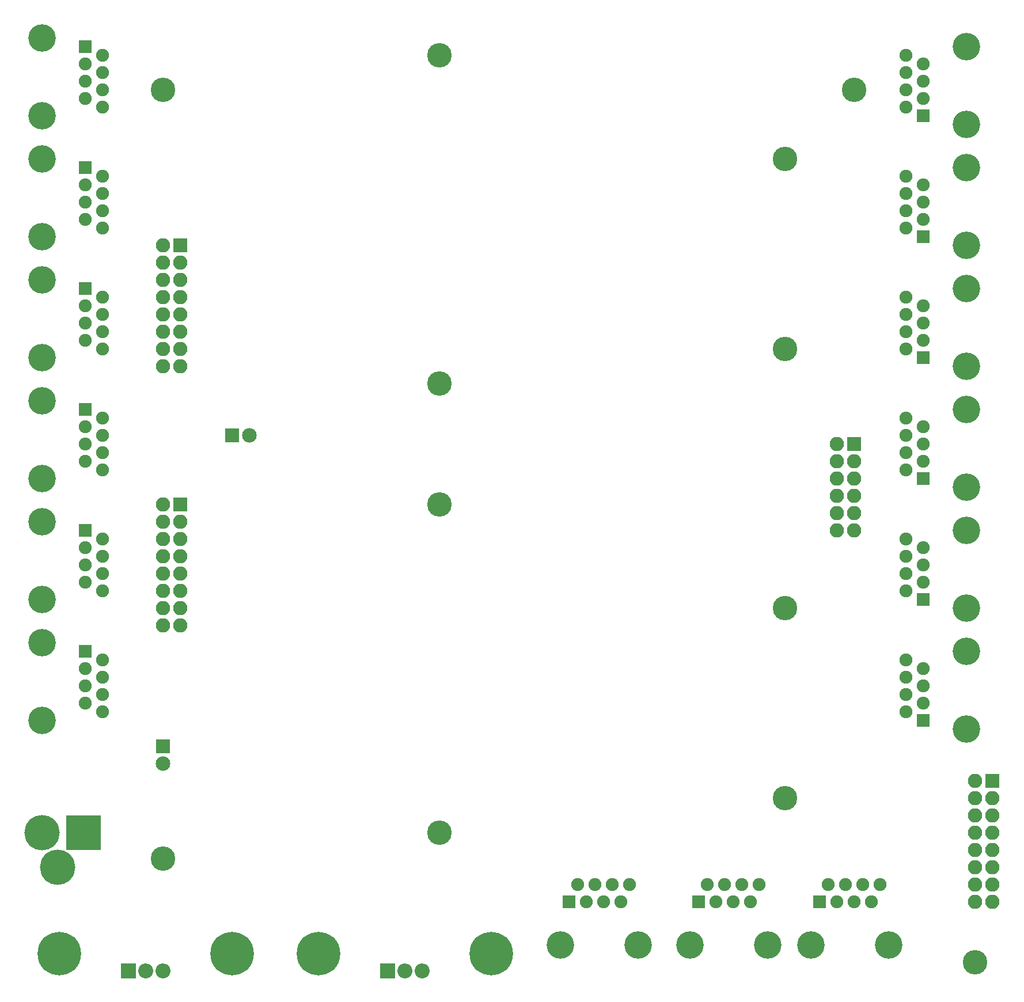
<source format=gbr>
G04 #@! TF.FileFunction,Soldermask,Bot*
%FSLAX46Y46*%
G04 Gerber Fmt 4.6, Leading zero omitted, Abs format (unit mm)*
G04 Created by KiCad (PCBNEW 4.0.7) date 01/04/18 11:22:08*
%MOMM*%
%LPD*%
G01*
G04 APERTURE LIST*
%ADD10C,0.100000*%
%ADD11R,2.200000X2.200000*%
%ADD12O,2.200000X2.200000*%
%ADD13C,6.399480*%
%ADD14C,3.600000*%
%ADD15R,2.100000X2.100000*%
%ADD16O,2.100000X2.100000*%
%ADD17C,5.200000*%
%ADD18R,5.200000X5.200000*%
%ADD19C,4.050000*%
%ADD20R,1.900000X1.900000*%
%ADD21C,1.900000*%
%ADD22R,2.150000X2.150000*%
%ADD23C,2.150000*%
G04 APERTURE END LIST*
D10*
D11*
X22860000Y5080000D03*
D12*
X25400000Y5080000D03*
X27940000Y5080000D03*
D11*
X60960000Y5080000D03*
D12*
X63500000Y5080000D03*
X66040000Y5080000D03*
D13*
X38100000Y7620000D03*
X12700000Y7620000D03*
D14*
X27940000Y21590000D03*
X147320000Y6350000D03*
X129540000Y134620000D03*
X27940000Y134620000D03*
X119380000Y58420000D03*
X68580000Y73660000D03*
X119380000Y30480000D03*
X68580000Y25400000D03*
X119380000Y124460000D03*
X119380000Y96520000D03*
X68580000Y91440000D03*
X68580000Y139700000D03*
D13*
X76200000Y7620000D03*
X50800000Y7620000D03*
D15*
X30480000Y73660000D03*
D16*
X27940000Y73660000D03*
X30480000Y71120000D03*
X27940000Y71120000D03*
X30480000Y68580000D03*
X27940000Y68580000D03*
X30480000Y66040000D03*
X27940000Y66040000D03*
X30480000Y63500000D03*
X27940000Y63500000D03*
X30480000Y60960000D03*
X27940000Y60960000D03*
X30480000Y58420000D03*
X27940000Y58420000D03*
X30480000Y55880000D03*
X27940000Y55880000D03*
D15*
X30480000Y111760000D03*
D16*
X27940000Y111760000D03*
X30480000Y109220000D03*
X27940000Y109220000D03*
X30480000Y106680000D03*
X27940000Y106680000D03*
X30480000Y104140000D03*
X27940000Y104140000D03*
X30480000Y101600000D03*
X27940000Y101600000D03*
X30480000Y99060000D03*
X27940000Y99060000D03*
X30480000Y96520000D03*
X27940000Y96520000D03*
X30480000Y93980000D03*
X27940000Y93980000D03*
D15*
X149860000Y33020000D03*
D16*
X147320000Y33020000D03*
X149860000Y30480000D03*
X147320000Y30480000D03*
X149860000Y27940000D03*
X147320000Y27940000D03*
X149860000Y25400000D03*
X147320000Y25400000D03*
X149860000Y22860000D03*
X147320000Y22860000D03*
X149860000Y20320000D03*
X147320000Y20320000D03*
X149860000Y17780000D03*
X147320000Y17780000D03*
X149860000Y15240000D03*
X147320000Y15240000D03*
D15*
X129540000Y82550000D03*
D16*
X127000000Y82550000D03*
X129540000Y80010000D03*
X127000000Y80010000D03*
X129540000Y77470000D03*
X127000000Y77470000D03*
X129540000Y74930000D03*
X127000000Y74930000D03*
X129540000Y72390000D03*
X127000000Y72390000D03*
X129540000Y69850000D03*
X127000000Y69850000D03*
D17*
X10160000Y25400000D03*
D18*
X16260000Y25400000D03*
D17*
X12450000Y20320000D03*
D19*
X146050000Y87630000D03*
X146050000Y76200000D03*
D20*
X139700000Y77470000D03*
D21*
X137160000Y78740000D03*
X139700000Y80010000D03*
X137160000Y81280000D03*
X139700000Y82550000D03*
X137160000Y83820000D03*
X139700000Y85090000D03*
X137160000Y86360000D03*
D19*
X146050000Y52070000D03*
X146050000Y40640000D03*
D20*
X139700000Y41910000D03*
D21*
X137160000Y43180000D03*
X139700000Y44450000D03*
X137160000Y45720000D03*
X139700000Y46990000D03*
X137160000Y48260000D03*
X139700000Y49530000D03*
X137160000Y50800000D03*
D19*
X10160000Y113030000D03*
X10160000Y124460000D03*
D20*
X16510000Y123190000D03*
D21*
X19050000Y121920000D03*
X16510000Y120650000D03*
X19050000Y119380000D03*
X16510000Y118110000D03*
X19050000Y116840000D03*
X16510000Y115570000D03*
X19050000Y114300000D03*
D19*
X146050000Y69850000D03*
X146050000Y58420000D03*
D20*
X139700000Y59690000D03*
D21*
X137160000Y60960000D03*
X139700000Y62230000D03*
X137160000Y63500000D03*
X139700000Y64770000D03*
X137160000Y66040000D03*
X139700000Y67310000D03*
X137160000Y68580000D03*
D19*
X10160000Y95250000D03*
X10160000Y106680000D03*
D20*
X16510000Y105410000D03*
D21*
X19050000Y104140000D03*
X16510000Y102870000D03*
X19050000Y101600000D03*
X16510000Y100330000D03*
X19050000Y99060000D03*
X16510000Y97790000D03*
X19050000Y96520000D03*
D19*
X10160000Y77470000D03*
X10160000Y88900000D03*
D20*
X16510000Y87630000D03*
D21*
X19050000Y86360000D03*
X16510000Y85090000D03*
X19050000Y83820000D03*
X16510000Y82550000D03*
X19050000Y81280000D03*
X16510000Y80010000D03*
X19050000Y78740000D03*
D19*
X146050000Y105410000D03*
X146050000Y93980000D03*
D20*
X139700000Y95250000D03*
D21*
X137160000Y96520000D03*
X139700000Y97790000D03*
X137160000Y99060000D03*
X139700000Y100330000D03*
X137160000Y101600000D03*
X139700000Y102870000D03*
X137160000Y104140000D03*
D19*
X10160000Y59690000D03*
X10160000Y71120000D03*
D20*
X16510000Y69850000D03*
D21*
X19050000Y68580000D03*
X16510000Y67310000D03*
X19050000Y66040000D03*
X16510000Y64770000D03*
X19050000Y63500000D03*
X16510000Y62230000D03*
X19050000Y60960000D03*
D19*
X146050000Y123190000D03*
X146050000Y111760000D03*
D20*
X139700000Y113030000D03*
D21*
X137160000Y114300000D03*
X139700000Y115570000D03*
X137160000Y116840000D03*
X139700000Y118110000D03*
X137160000Y119380000D03*
X139700000Y120650000D03*
X137160000Y121920000D03*
D19*
X10160000Y41910000D03*
X10160000Y53340000D03*
D20*
X16510000Y52070000D03*
D21*
X19050000Y50800000D03*
X16510000Y49530000D03*
X19050000Y48260000D03*
X16510000Y46990000D03*
X19050000Y45720000D03*
X16510000Y44450000D03*
X19050000Y43180000D03*
D19*
X146050000Y140970000D03*
X146050000Y129540000D03*
D20*
X139700000Y130810000D03*
D21*
X137160000Y132080000D03*
X139700000Y133350000D03*
X137160000Y134620000D03*
X139700000Y135890000D03*
X137160000Y137160000D03*
X139700000Y138430000D03*
X137160000Y139700000D03*
D19*
X10160000Y130810000D03*
X10160000Y142240000D03*
D20*
X16510000Y140970000D03*
D21*
X19050000Y139700000D03*
X16510000Y138430000D03*
X19050000Y137160000D03*
X16510000Y135890000D03*
X19050000Y134620000D03*
X16510000Y133350000D03*
X19050000Y132080000D03*
D19*
X97790000Y8890000D03*
X86360000Y8890000D03*
D20*
X87630000Y15240000D03*
D21*
X88900000Y17780000D03*
X90170000Y15240000D03*
X91440000Y17780000D03*
X92710000Y15240000D03*
X93980000Y17780000D03*
X95250000Y15240000D03*
X96520000Y17780000D03*
D19*
X134620000Y8890000D03*
X123190000Y8890000D03*
D20*
X124460000Y15240000D03*
D21*
X125730000Y17780000D03*
X127000000Y15240000D03*
X128270000Y17780000D03*
X129540000Y15240000D03*
X130810000Y17780000D03*
X132080000Y15240000D03*
X133350000Y17780000D03*
D19*
X116840000Y8890000D03*
X105410000Y8890000D03*
D20*
X106680000Y15240000D03*
D21*
X107950000Y17780000D03*
X109220000Y15240000D03*
X110490000Y17780000D03*
X111760000Y15240000D03*
X113030000Y17780000D03*
X114300000Y15240000D03*
X115570000Y17780000D03*
D22*
X27940000Y38060000D03*
D23*
X27940000Y35560000D03*
D22*
X38100000Y83820000D03*
D23*
X40600000Y83820000D03*
M02*

</source>
